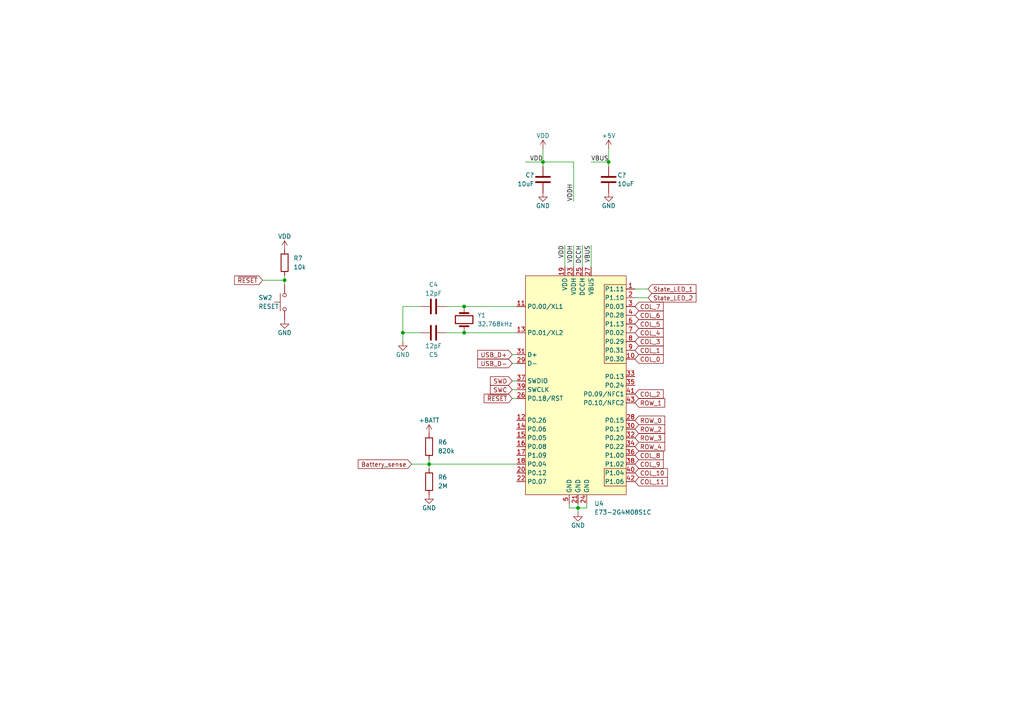
<source format=kicad_sch>
(kicad_sch (version 20230121) (generator eeschema)
  (paper "A4")
  (lib_symbols
    (symbol "Device:C" (pin_numbers hide) (pin_names (offset 0.254))
      (property "Reference" "C" (at 0.635 2.54 0))
      (property "Value" "C" (at 0.635 -2.54 0))
      (symbol "C_0_1"
        (polyline (pts (xy -2.032 -0.762) (xy 2.032 -0.762)) (stroke (width 0.508)))
        (polyline (pts (xy -2.032 0.762) (xy 2.032 0.762)) (stroke (width 0.508)))
      )
      (symbol "C_1_1"
        (pin passive line (at 0 3.81 270) (length 2.794) (name "~") (number "1"))
        (pin passive line (at 0 -3.81 90) (length 2.794) (name "~") (number "2"))
      )
    )
    (symbol "Device:Crystal" (pin_numbers hide) (pin_names (offset 1.016) hide)
      (property "Reference" "Y" (at 0 3.81 0))
      (property "Value" "Crystal" (at 0 -3.81 0))
      (symbol "Crystal_0_1"
        (rectangle (start -1.143 2.54) (end 1.143 -2.54) (stroke (width 0.3048)))
        (polyline (pts (xy -2.54 0) (xy -1.905 0)))
        (polyline (pts (xy -1.905 -1.27) (xy -1.905 1.27)) (stroke (width 0.508)))
        (polyline (pts (xy 1.905 -1.27) (xy 1.905 1.27)) (stroke (width 0.508)))
        (polyline (pts (xy 2.54 0) (xy 1.905 0)))
      )
      (symbol "Crystal_1_1"
        (pin passive line (at -3.81 0 0) (length 1.27) (name "1") (number "1"))
        (pin passive line (at 3.81 0 180) (length 1.27) (name "2") (number "2"))
      )
    )
    (symbol "Device:R" (pin_numbers hide) (pin_names (offset 0))
      (property "Reference" "R" (at 2.032 0 90))
      (property "Value" "R" (at 0 0 90))
      (symbol "R_0_1"
        (rectangle (start -1.016 -2.54) (end 1.016 2.54) (stroke (width 0.254)))
      )
      (symbol "R_1_1"
        (pin passive line (at 0 3.81 270) (length 1.27) (name "~") (number "1"))
        (pin passive line (at 0 -3.81 90) (length 1.27) (name "~") (number "2"))
      )
    )
    (symbol "Switch:SW_Push" (pin_numbers hide) (pin_names (offset 1.016) hide)
      (property "Reference" "SW2" (at -8.89 1.27 90))
      (property "Value" "RESET" (at -8.89 -1.27 90))
      (symbol "SW_Push_0_1"
        (circle (center -2.032 0) (radius 0.508))
        (polyline (pts (xy 0 1.27) (xy 0 3.048)))
        (polyline (pts (xy 2.54 1.27) (xy -2.54 1.27)))
        (circle (center 2.032 0) (radius 0.508))
        (pin passive line (at -5.08 0 0) (length 2.54) (name "1") (number "1"))
        (pin passive line (at 5.08 0 180) (length 2.54) (name "2") (number "2"))
      )
    )
    (symbol "calcite:E73-2G4M08S1C"
      (property "Reference" "U" (at 10.16 -34.29 0))
      (property "Value" "E73-2G4M08S1C" (at 12.7 -36.83 0))
      (symbol "E73-2G4M08S1C_0_0"
        (pin bidirectional line (at 16.51 26.67 180) (length 2.54) (name "P1.11") (number "1"))
        (pin bidirectional line (at 16.51 6.35 180) (length 2.54) (name "P0.30") (number "10"))
        (pin bidirectional line (at -17.78 21.59 0) (length 2.54) (name "P0.00/XL1") (number "11"))
        (pin bidirectional line (at -17.78 -11.43 0) (length 2.54) (name "P0.26") (number "12"))
        (pin bidirectional line (at -17.78 13.97 0) (length 2.54) (name "P0.01/XL2") (number "13"))
        (pin bidirectional line (at -17.78 -13.97 0) (length 2.54) (name "P0.06") (number "14"))
        (pin bidirectional line (at -17.78 -16.51 0) (length 2.54) (name "P0.05") (number "15"))
        (pin bidirectional line (at -17.78 -19.05 0) (length 2.54) (name "P0.08") (number "16"))
        (pin bidirectional line (at -17.78 -21.59 0) (length 2.54) (name "P1.09") (number "17"))
        (pin bidirectional line (at -17.78 -24.13 0) (length 2.54) (name "P0.04") (number "18"))
        (pin power_in line (at -3.81 33.02 270) (length 2.54) (name "VDD") (number "19"))
        (pin bidirectional line (at 16.51 24.13 180) (length 2.54) (name "P1.10") (number "2"))
        (pin bidirectional line (at -17.78 -26.67 0) (length 2.54) (name "P0.12") (number "20"))
        (pin power_in line (at 0 -35.56 90) (length 2.54) (name "GND") (number "21"))
        (pin bidirectional line (at -17.78 -29.21 0) (length 2.54) (name "P0.07") (number "22"))
        (pin power_in line (at -1.27 33.02 270) (length 2.54) (name "VDDH") (number "23"))
        (pin power_in line (at 2.54 -35.56 90) (length 2.54) (name "GND") (number "24"))
        (pin power_in line (at 1.27 33.02 270) (length 2.54) (name "DCCH") (number "25"))
        (pin bidirectional line (at -17.78 -5.08 0) (length 2.54) (name "P0.18/RST") (number "26"))
        (pin power_in line (at 3.81 33.02 270) (length 2.54) (name "VBUS") (number "27"))
        (pin bidirectional line (at 16.51 -11.43 180) (length 2.54) (name "P0.15") (number "28"))
        (pin bidirectional line (at -17.78 5.08 0) (length 2.54) (name "D-") (number "29"))
        (pin bidirectional line (at 16.51 21.59 180) (length 2.54) (name "P0.03") (number "3"))
        (pin bidirectional line (at 16.51 -13.97 180) (length 2.54) (name "P0.17") (number "30"))
        (pin bidirectional line (at -17.78 7.62 0) (length 2.54) (name "D+") (number "31"))
        (pin bidirectional line (at 16.51 -16.51 180) (length 2.54) (name "P0.20") (number "32"))
        (pin bidirectional line (at 16.51 1.27 180) (length 2.54) (name "P0.13") (number "33"))
        (pin bidirectional line (at 16.51 -19.05 180) (length 2.54) (name "P0.22") (number "34"))
        (pin bidirectional line (at 16.51 -1.27 180) (length 2.54) (name "P0.24") (number "35"))
        (pin bidirectional line (at 16.51 -21.59 180) (length 2.54) (name "P1.00") (number "36"))
        (pin bidirectional line (at -17.78 0 0) (length 2.54) (name "SWDIO") (number "37"))
        (pin bidirectional line (at 16.51 -24.13 180) (length 2.54) (name "P1.02") (number "38"))
        (pin bidirectional line (at -17.78 -2.54 0) (length 2.54) (name "SWCLK") (number "39"))
        (pin bidirectional line (at 16.51 19.05 180) (length 2.54) (name "P0.28") (number "4"))
        (pin bidirectional line (at 16.51 -26.67 180) (length 2.54) (name "P1.04") (number "40"))
        (pin bidirectional line (at 16.51 -3.81 180) (length 2.54) (name "P0.09/NFC1") (number "41"))
        (pin bidirectional line (at 16.51 -29.21 180) (length 2.54) (name "P1.06") (number "42"))
        (pin bidirectional line (at 16.51 -6.35 180) (length 2.54) (name "P0.10/NFC2") (number "43"))
        (pin power_in line (at -2.54 -35.56 90) (length 2.54) (name "GND") (number "5"))
        (pin bidirectional line (at 16.51 16.51 180) (length 2.54) (name "P1.13") (number "6"))
        (pin bidirectional line (at 16.51 13.97 180) (length 2.54) (name "P0.02") (number "7"))
        (pin bidirectional line (at 16.51 11.43 180) (length 2.54) (name "P0.29") (number "8"))
        (pin bidirectional line (at 16.51 8.89 180) (length 2.54) (name "P0.31") (number "9"))
      )
      (symbol "E73-2G4M08S1C_0_1"
        (polyline (pts (xy 13.97 -25.4) (xy 7.62 -25.4) (xy 7.62 -30.48) (xy 13.97 -30.48)))
        (polyline (pts (xy 13.97 27.94) (xy 7.62 27.94) (xy 7.62 5.08) (xy 13.97 5.08)))
      )
      (symbol "E73-2G4M08S1C_1_1"
        (rectangle (start -15.24 30.48) (end 13.97 -33.02) (fill (type background)))
      )
    )
    (symbol "power:+5V" (power) (pin_names (offset 0))
      (property "Value" "+5V" (at 0 3.556 0))
      (symbol "+5V_0_1"
        (polyline (pts (xy -0.762 1.27) (xy 0 2.54)))
        (polyline (pts (xy 0 0) (xy 0 2.54)))
        (polyline (pts (xy 0 2.54) (xy 0.762 1.27)))
      )
      (symbol "+5V_1_1"
        (pin power_in line (at 0 0 90) (length 0) hide (name "+5V") (number "1"))
      )
    )
    (symbol "power:+BATT" (power) (pin_names (offset 0))
      (property "Value" "+BATT" (at 0 3.556 0))
      (symbol "+BATT_0_1"
        (polyline (pts (xy -0.762 1.27) (xy 0 2.54)))
        (polyline (pts (xy 0 0) (xy 0 2.54)))
        (polyline (pts (xy 0 2.54) (xy 0.762 1.27)))
      )
      (symbol "+BATT_1_1"
        (pin power_in line (at 0 0 90) (length 0) hide (name "+BATT") (number "1"))
      )
    )
    (symbol "power:GND" (power) (pin_names (offset 0))
      (property "Value" "GND" (at 0 -3.81 0))
      (symbol "GND_0_1"
        (polyline (pts (xy 0 0) (xy 0 -1.27) (xy 1.27 -1.27) (xy 0 -2.54) (xy -1.27 -1.27) (xy 0 -1.27)))
      )
      (symbol "GND_1_1"
        (pin power_in line (at 0 0 270) (length 0) hide (name "GND") (number "1"))
      )
    )
    (symbol "power:VDD" (power) (pin_names (offset 0))
      (property "Value" "VDD" (at 0 3.81 0))
      (symbol "VDD_0_1"
        (polyline (pts (xy -0.762 1.27) (xy 0 2.54)))
        (polyline (pts (xy 0 0) (xy 0 2.54)))
        (polyline (pts (xy 0 2.54) (xy 0.762 1.27)))
      )
      (symbol "VDD_1_1"
        (pin power_in line (at 0 0 90) (length 0) hide (name "VDD") (number "1"))
      )
    )
  )
  (junction (at 167.64 147.32))
  (junction (at 134.62 96.52))
  (junction (at 82.55 81.28))
  (junction (at 157.48 46.99))
  (junction (at 134.62 88.9))
  (junction (at 176.53 46.99))
  (junction (at 124.46 134.62))
  (junction (at 116.84 96.52))
  (wire (pts (xy 163.83 71.12) (xy 163.83 77.47)))
  (wire (pts (xy 187.96 83.82) (xy 184.15 83.82)))
  (wire (pts (xy 157.48 43.18) (xy 157.48 46.99)))
  (wire (pts (xy 165.1 147.32) (xy 167.64 147.32)))
  (wire (pts (xy 82.55 81.28) (xy 82.55 80.01)))
  (wire (pts (xy 167.64 147.32) (xy 167.64 148.59)))
  (wire (pts (xy 121.92 88.9) (xy 116.84 88.9)))
  (wire (pts (xy 176.53 43.18) (xy 176.53 46.99)))
  (wire (pts (xy 167.64 147.32) (xy 170.18 147.32)))
  (wire (pts (xy 119.38 134.62) (xy 124.46 134.62)))
  (wire (pts (xy 176.53 46.99) (xy 176.53 48.26)))
  (wire (pts (xy 166.37 71.12) (xy 166.37 77.47)))
  (wire (pts (xy 148.59 110.49) (xy 149.86 110.49)))
  (wire (pts (xy 165.1 146.05) (xy 165.1 147.32)))
  (wire (pts (xy 124.46 134.62) (xy 149.86 134.62)))
  (wire (pts (xy 134.62 96.52) (xy 149.86 96.52)))
  (wire (pts (xy 168.91 71.12) (xy 168.91 77.47)))
  (wire (pts (xy 171.45 71.12) (xy 171.45 77.47)))
  (wire (pts (xy 124.46 134.62) (xy 124.46 135.89)))
  (wire (pts (xy 170.18 146.05) (xy 170.18 147.32)))
  (wire (pts (xy 76.2 81.28) (xy 82.55 81.28)))
  (wire (pts (xy 129.54 88.9) (xy 134.62 88.9)))
  (wire (pts (xy 166.37 46.99) (xy 166.37 58.42)))
  (wire (pts (xy 167.64 146.05) (xy 167.64 147.32)))
  (wire (pts (xy 148.59 113.03) (xy 149.86 113.03)))
  (wire (pts (xy 157.48 46.99) (xy 166.37 46.99)))
  (wire (pts (xy 148.59 105.41) (xy 149.86 105.41)))
  (wire (pts (xy 129.54 96.52) (xy 134.62 96.52)))
  (wire (pts (xy 124.46 133.35) (xy 124.46 134.62)))
  (wire (pts (xy 157.48 48.26) (xy 157.48 46.99)))
  (wire (pts (xy 116.84 99.06) (xy 116.84 96.52)))
  (wire (pts (xy 148.59 102.87) (xy 149.86 102.87)))
  (wire (pts (xy 148.59 115.57) (xy 149.86 115.57)))
  (wire (pts (xy 157.48 46.99) (xy 152.4 46.99)))
  (wire (pts (xy 82.55 82.55) (xy 82.55 81.28)))
  (wire (pts (xy 187.96 86.36) (xy 184.15 86.36)))
  (wire (pts (xy 116.84 88.9) (xy 116.84 96.52)))
  (wire (pts (xy 176.53 46.99) (xy 171.45 46.99)))
  (wire (pts (xy 134.62 88.9) (xy 149.86 88.9)))
  (wire (pts (xy 121.92 96.52) (xy 116.84 96.52)))
  (label "VDD" (at 163.83 71.12 270))
  (label "VDDH" (at 166.37 71.12 270))
  (label "VDD" (at 157.48 46.99 180))
  (label "VBUS" (at 176.53 46.99 180))
  (label "VDDH" (at 166.37 58.42 90))
  (label "DCCH" (at 168.91 71.12 270))
  (label "VBUS" (at 171.45 71.12 270))
  (global_label "COL_1" (shape input) (at 184.15 101.6 0) (property "Intersheetrefs" "${INTERSHEET_REFS}" (effects hide)))
  (global_label "ROW_1" (shape input) (at 184.15 116.84 0) (property "Intersheetrefs" "${INTERSHEET_REFS}" (effects hide)))
  (global_label "~{RESET}" (shape input) (at 148.59 115.57 180) (property "Intersheetrefs" "${INTERSHEET_REFS}" (effects hide)))
  (global_label "State_LED_2" (shape input) (at 187.96 86.36 0) (property "Intersheetrefs" "${INTERSHEET_REFS}" (effects hide)))
  (global_label "COL_5" (shape input) (at 184.15 93.98 0) (property "Intersheetrefs" "${INTERSHEET_REFS}" (effects hide)))
  (global_label "State_LED_1" (shape input) (at 187.96 83.82 0) (property "Intersheetrefs" "${INTERSHEET_REFS}" (effects hide)))
  (global_label "COL_10" (shape input) (at 184.15 137.16 0) (property "Intersheetrefs" "${INTERSHEET_REFS}" (effects hide)))
  (global_label "COL_3" (shape input) (at 184.15 99.06 0) (property "Intersheetrefs" "${INTERSHEET_REFS}" (effects hide)))
  (global_label "COL_4" (shape input) (at 184.15 96.52 0) (property "Intersheetrefs" "${INTERSHEET_REFS}" (effects hide)))
  (global_label "COL_2" (shape input) (at 184.15 114.3 0) (property "Intersheetrefs" "${INTERSHEET_REFS}" (effects hide)))
  (global_label "USB_D+" (shape input) (at 148.59 102.87 180) (property "Intersheetrefs" "${INTERSHEET_REFS}" (effects hide)))
  (global_label "COL_7" (shape input) (at 184.15 88.9 0) (property "Intersheetrefs" "${INTERSHEET_REFS}" (effects hide)))
  (global_label "~{RESET}" (shape input) (at 76.2 81.28 180) (property "Intersheetrefs" "${INTERSHEET_REFS}" (effects hide)))
  (global_label "SWD" (shape input) (at 148.59 110.49 180) (property "Intersheetrefs" "${INTERSHEET_REFS}" (effects hide)))
  (global_label "COL_8" (shape input) (at 184.15 132.08 0) (property "Intersheetrefs" "${INTERSHEET_REFS}" (effects hide)))
  (global_label "COL_9" (shape input) (at 184.15 134.62 0) (property "Intersheetrefs" "${INTERSHEET_REFS}" (effects hide)))
  (global_label "ROW_4" (shape input) (at 184.15 129.54 0) (property "Intersheetrefs" "${INTERSHEET_REFS}" (effects hide)))
  (global_label "ROW_3" (shape input) (at 184.15 127 0) (property "Intersheetrefs" "${INTERSHEET_REFS}" (effects hide)))
  (global_label "SWC" (shape input) (at 148.59 113.03 180) (property "Intersheetrefs" "${INTERSHEET_REFS}" (effects hide)))
  (global_label "COL_6" (shape input) (at 184.15 91.44 0) (property "Intersheetrefs" "${INTERSHEET_REFS}" (effects hide)))
  (global_label "COL_0" (shape input) (at 184.15 104.14 0) (property "Intersheetrefs" "${INTERSHEET_REFS}" (effects hide)))
  (global_label "USB_D-" (shape input) (at 148.59 105.41 180) (property "Intersheetrefs" "${INTERSHEET_REFS}" (effects hide)))
  (global_label "Battery_sense" (shape input) (at 119.38 134.62 180) (property "Intersheetrefs" "${INTERSHEET_REFS}" (effects hide)))
  (global_label "COL_11" (shape input) (at 184.15 139.7 0) (property "Intersheetrefs" "${INTERSHEET_REFS}" (effects hide)))
  (global_label "ROW_0" (shape input) (at 184.15 121.92 0) (property "Intersheetrefs" "${INTERSHEET_REFS}" (effects hide)))
  (global_label "ROW_2" (shape input) (at 184.15 124.46 0) (property "Intersheetrefs" "${INTERSHEET_REFS}" (effects hide)))
  (symbol (lib_id "power:GND") (at 116.84 99.06 0) (unit 1)
    (property "Reference" "#PWR027" (effects hide))
    (property "Value" "GND" (at 116.84 102.87 0))
    (instances (project "Calcite60" (path "" (reference "#PWR027") (unit 1))) (project "nrf52840" (path "" (reference "#PWR?") (unit 1))) (project "ErgoSNM_v3_right" (path "" (reference "#PWR?") (unit 1))))
  )
  (symbol (lib_id "Device:C") (at 125.73 96.52 90) (unit 1)
    (property "Reference" "C5" (at 125.73 102.87 90))
    (property "Value" "12pF" (at 125.73 100.33 90))
    (property "Footprint" "Capacitor_SMD:C_0603_1608Metric" (effects hide))
    (instances (project "Calcite60" (path "" (reference "C5") (unit 1))) (project "nrf52840" (path "" (reference "C?") (unit 1))) (project "ErgoSNM_v3_right" (path "" (reference "C?") (unit 1))))
  )
  (symbol (lib_id "calcite:E73-2G4M08S1C") (at 167.64 110.49 0) (unit 1)
    (property "Reference" "U4" (at 172.3741 146.05 0) (effects (justify left)))
    (property "Value" "E73-2G4M08S1C" (at 172.3741 148.59 0) (effects (justify left)))
    (property "Footprint" "calcite:E73-2G4M08S1C-52840" (effects hide))
  )
  (symbol (lib_id "Switch:SW_Push") (at 82.55 87.63 90) (unit 1)
    (property "Reference" "SW2" (at 74.93 86.36 90) (effects (justify right)))
    (property "Value" "RESET" (at 74.93 88.9 90) (effects (justify right)))
    (property "Footprint" "Button_Switch_SMD:SW_SPST_B3U-1000P" (effects hide))
    (property "MFR. Part #" "TS-1064S-A1B2-D4" (effects hide))
    (property "LCSC" "C498294" (effects hide))
  )
  (symbol (lib_id "Device:C") (at 176.53 52.07 0) (unit 1)
    (property "Reference" "C?" (at 179.07 50.8 0) (effects (justify left)))
    (property "Value" "10uF" (at 179.07 53.34 0) (effects (justify left)))
    (property "Footprint" "Capacitor_SMD:C_0603_1608Metric" (effects hide))
    (instances (project "" (path "" (reference "C?") (unit 1))) (project "Calcite60" (path "" (reference "C7") (unit 1))) (project "nrf52840" (path "" (reference "C?") (unit 1))) (project "ErgoSNM_v3_right" (path "" (reference "C?") (unit 1))))
  )
  (symbol (lib_id "power:GND") (at 124.46 143.51 0) (unit 1)
    (property "Reference" "#PWR039" (effects hide))
    (property "Value" "GND" (at 124.46 147.32 0))
    (instances (project "Calcite60" (path "" (reference "#PWR039") (unit 1))) (project "nrf52840" (path "" (reference "#PWR?") (unit 1))) (project "ErgoSNM_v3_right" (path "" (reference "#PWR?") (unit 1))))
  )
  (symbol (lib_id "power:GND") (at 157.48 55.88 0) (unit 1)
    (property "Reference" "#PWR029" (effects hide))
    (property "Value" "GND" (at 157.48 59.69 0))
    (instances (project "Calcite60" (path "" (reference "#PWR029") (unit 1))) (project "nrf52840" (path "" (reference "#PWR?") (unit 1))) (project "ErgoSNM_v3_right" (path "" (reference "#PWR?") (unit 1))))
  )
  (symbol (lib_id "power:VDD") (at 157.48 43.18 0) (unit 1)
    (property "Reference" "#PWR028" (effects hide))
    (property "Value" "VDD" (at 157.48 39.37 0))
    (instances (project "Calcite60" (path "" (reference "#PWR028") (unit 1))) (project "ErgoSNM_v3_right" (path "" (reference "#PWR?") (unit 1)) (path "" (reference "#PWR?") (unit 1))))
  )
  (symbol (lib_id "power:+BATT") (at 124.46 125.73 0) (unit 1)
    (property "Reference" "#PWR040" (effects hide))
    (property "Value" "+BATT" (at 124.46 121.92 0))
  )
  (symbol (lib_id "Device:C") (at 157.48 52.07 0) (mirror y) (unit 1)
    (property "Reference" "C?" (at 154.94 50.8 0) (effects (justify left)))
    (property "Value" "10uF" (at 154.94 53.34 0) (effects (justify left)))
    (property "Footprint" "Capacitor_SMD:C_0603_1608Metric" (effects hide))
    (instances (project "" (path "" (reference "C?") (unit 1))) (project "Calcite60" (path "" (reference "C6") (unit 1))) (project "nrf52840" (path "" (reference "C?") (unit 1))) (project "ErgoSNM_v3_right" (path "" (reference "C?") (unit 1))))
  )
  (symbol (lib_id "power:GND") (at 82.55 92.71 0) (unit 1)
    (property "Reference" "#PWR026" (effects hide))
    (property "Value" "GND" (at 82.55 96.52 0))
    (instances (project "Calcite60" (path "" (reference "#PWR026") (unit 1))) (project "ErgoSNM_v3_right" (path "" (reference "#PWR?") (unit 1)) (path "" (reference "#PWR?") (unit 1))))
  )
  (symbol (lib_id "power:GND") (at 167.64 148.59 0) (unit 1)
    (property "Reference" "#PWR030" (effects hide))
    (property "Value" "GND" (at 167.64 152.4 0))
    (instances (project "Calcite60" (path "" (reference "#PWR030") (unit 1))) (project "nrf52840" (path "" (reference "#PWR?") (unit 1))) (project "ErgoSNM_v3_right" (path "" (reference "#PWR?") (unit 1))))
  )
  (symbol (lib_id "Device:R") (at 124.46 129.54 0) (mirror y) (unit 1)
    (property "Reference" "R6" (at 127 128.27 0) (effects (justify right)))
    (property "Value" "820k" (at 127 130.81 0) (effects (justify right)))
    (property "Footprint" "Resistor_SMD:R_0603_1608Metric" (effects hide))
    (property "MFR. Part #" "0402WGF1001TCE " (effects hide))
    (property "LCSC" "C11702" (effects hide))
    (instances (project "Calcite60" (path "" (reference "R6") (unit 1)) (path "" (reference "R10") (unit 1))))
  )
  (symbol (lib_id "Device:Crystal") (at 134.62 92.71 90) (unit 1)
    (property "Reference" "Y1" (at 138.43 91.44 90) (effects (justify right)))
    (property "Value" "32.768kHz" (at 138.43 93.98 90) (effects (justify right)))
    (property "Footprint" "Crystal:Crystal_SMD_3215-2Pin_3.2x1.5mm" (effects hide))
    (instances (project "Calcite60" (path "" (reference "Y1") (unit 1))) (project "nrf52840" (path "" (reference "Y?") (unit 1))) (project "ErgoSNM_v3_right" (path "" (reference "Y?") (unit 1))))
  )
  (symbol (lib_id "Device:R") (at 82.55 76.2 0) (unit 1)
    (property "Reference" "R7" (at 85.09 74.9299 0) (effects (justify left)))
    (property "Value" "10k" (at 85.09 77.4699 0) (effects (justify left)))
    (property "Footprint" "Resistor_SMD:R_0603_1608Metric" (effects hide))
    (property "MFR. Part #" "0402WGF1002TCE " (effects hide))
    (property "LCSC" "C25744" (effects hide))
    (instances (project "Calcite60" (path "" (reference "R7") (unit 1))) (project "ErgoSNM_v3_right" (path "" (reference "R?") (unit 1)) (path "" (reference "R?") (unit 1))))
  )
  (symbol (lib_id "power:VDD") (at 82.55 72.39 0) (unit 1)
    (property "Reference" "#PWR025" (effects hide))
    (property "Value" "VDD" (at 82.55 68.58 0))
    (instances (project "Calcite60" (path "" (reference "#PWR025") (unit 1))) (project "ErgoSNM_v3_right" (path "" (reference "#PWR?") (unit 1)) (path "" (reference "#PWR?") (unit 1))))
  )
  (symbol (lib_id "power:+5V") (at 176.53 43.18 0) (unit 1)
    (property "Reference" "#PWR031" (effects hide))
    (property "Value" "+5V" (at 176.53 39.37 0))
    (instances (project "Calcite60" (path "" (reference "#PWR031") (unit 1))) (project "nrf52840" (path "" (reference "#PWR?") (unit 1))) (project "ErgoSNM_v3_right" (path "" (reference "#PWR?") (unit 1)) (path "" (reference "#PWR?") (unit 1))))
  )
  (symbol (lib_id "power:GND") (at 176.53 55.88 0) (unit 1)
    (property "Reference" "#PWR032" (effects hide))
    (property "Value" "GND" (at 176.53 59.69 0))
    (instances (project "Calcite60" (path "" (reference "#PWR032") (unit 1))) (project "nrf52840" (path "" (reference "#PWR?") (unit 1))) (project "ErgoSNM_v3_right" (path "" (reference "#PWR?") (unit 1))))
  )
  (symbol (lib_id "Device:C") (at 125.73 88.9 270) (mirror x) (unit 1)
    (property "Reference" "C4" (at 125.73 82.55 90))
    (property "Value" "12pF" (at 125.73 85.09 90))
    (property "Footprint" "Capacitor_SMD:C_0603_1608Metric" (effects hide))
    (instances (project "Calcite60" (path "" (reference "C4") (unit 1))) (project "nrf52840" (path "" (reference "C?") (unit 1))) (project "ErgoSNM_v3_right" (path "" (reference "C?") (unit 1))))
  )
  (symbol (lib_id "Device:R") (at 124.46 139.7 0) (mirror y) (unit 1)
    (property "Reference" "R6" (at 127 138.43 0) (effects (justify right)))
    (property "Value" "2M" (at 127 140.97 0) (effects (justify right)))
    (property "Footprint" "Resistor_SMD:R_0603_1608Metric" (effects hide))
    (property "MFR. Part #" "0402WGF1001TCE " (effects hide))
    (property "LCSC" "C11702" (effects hide))
    (instances (project "Calcite60" (path "" (reference "R6") (unit 1)) (path "" (reference "R9") (unit 1))))
  )
)
</source>
